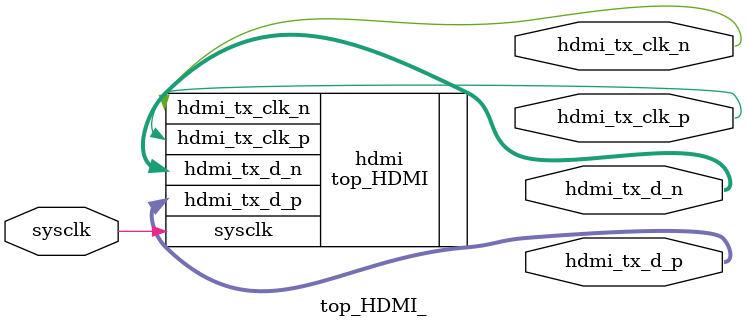
<source format=v>
`timescale 1ns / 1ps

module top_HDMI_ #(
) (
    input wire sysclk,  // 125MHz
    output wire [2:0] hdmi_tx_d_p,
    output wire [2:0] hdmi_tx_d_n,
    output wire hdmi_tx_clk_p,
    output wire hdmi_tx_clk_n
);
  top_HDMI hdmi (
  .sysclk(sysclk),
  .hdmi_tx_d_p(hdmi_tx_d_p),
  .hdmi_tx_d_n(hdmi_tx_d_n),
  .hdmi_tx_clk_p(hdmi_tx_clk_p),
  .hdmi_tx_clk_n(hdmi_tx_clk_n)
  );
endmodule  // top_HDMI

</source>
